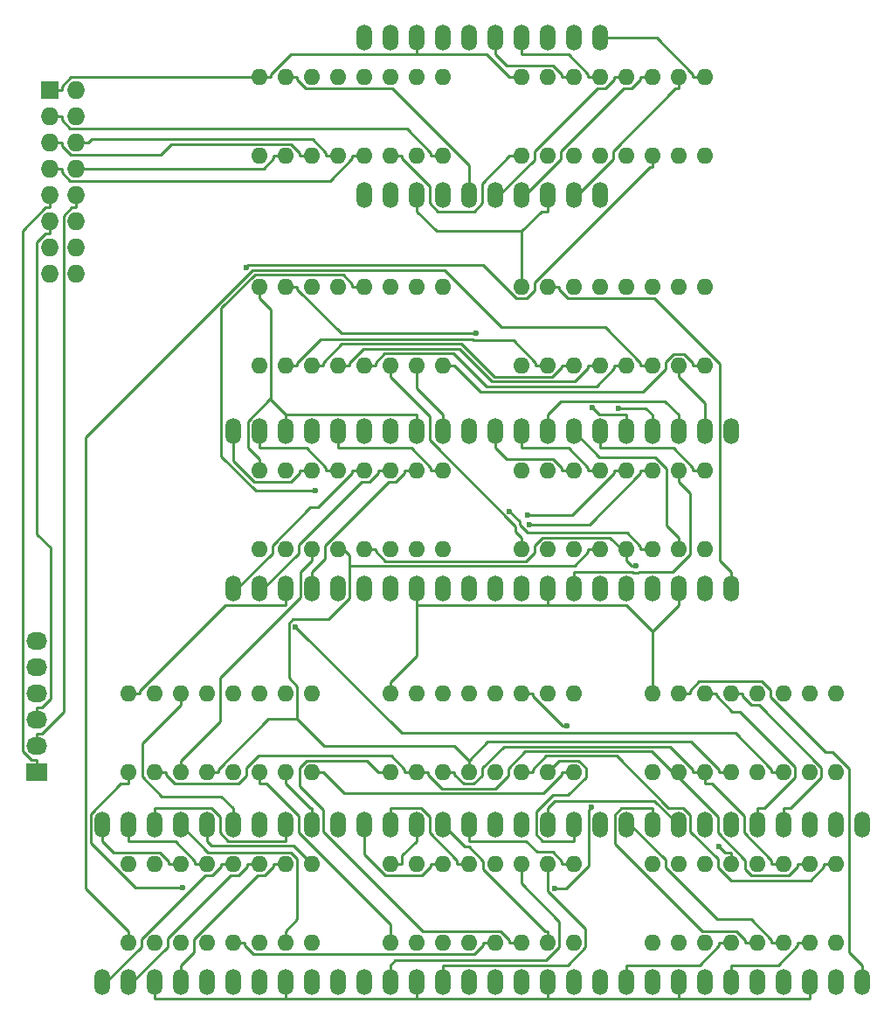
<source format=gbr>
G04 #@! TF.FileFunction,Copper,L1,Top,Signal*
%FSLAX46Y46*%
G04 Gerber Fmt 4.6, Leading zero omitted, Abs format (unit mm)*
G04 Created by KiCad (PCBNEW 4.0.4-stable) date Mon May  7 18:28:06 2018*
%MOMM*%
%LPD*%
G01*
G04 APERTURE LIST*
%ADD10C,0.100000*%
%ADD11O,1.524000X2.524000*%
%ADD12R,2.032000X1.727200*%
%ADD13O,2.032000X1.727200*%
%ADD14O,1.600000X1.600000*%
%ADD15R,1.727200X1.727200*%
%ADD16O,1.727200X1.727200*%
%ADD17C,0.600000*%
%ADD18C,0.250000*%
G04 APERTURE END LIST*
D10*
D11*
X83820000Y-35560000D03*
X86360000Y-35560000D03*
X88900000Y-35560000D03*
X91440000Y-35560000D03*
X93980000Y-35560000D03*
X93980000Y-20320000D03*
X91440000Y-20320000D03*
X88900000Y-20320000D03*
X86360000Y-20320000D03*
X83820000Y-20320000D03*
X96520000Y-35560000D03*
X99060000Y-35560000D03*
X101600000Y-35560000D03*
X104140000Y-35560000D03*
X106680000Y-35560000D03*
X106680000Y-20320000D03*
X104140000Y-20320000D03*
X101600000Y-20320000D03*
X99060000Y-20320000D03*
X96520000Y-20320000D03*
X71120000Y-73660000D03*
X73660000Y-73660000D03*
X76200000Y-73660000D03*
X78740000Y-73660000D03*
X81280000Y-73660000D03*
X81280000Y-58420000D03*
X78740000Y-58420000D03*
X76200000Y-58420000D03*
X73660000Y-58420000D03*
X71120000Y-58420000D03*
X83820000Y-73660000D03*
X86360000Y-73660000D03*
X88900000Y-73660000D03*
X91440000Y-73660000D03*
X93980000Y-73660000D03*
X93980000Y-58420000D03*
X91440000Y-58420000D03*
X88900000Y-58420000D03*
X86360000Y-58420000D03*
X83820000Y-58420000D03*
X96520000Y-73660000D03*
X99060000Y-73660000D03*
X101600000Y-73660000D03*
X104140000Y-73660000D03*
X106680000Y-73660000D03*
X106680000Y-58420000D03*
X104140000Y-58420000D03*
X101600000Y-58420000D03*
X99060000Y-58420000D03*
X96520000Y-58420000D03*
X109220000Y-73660000D03*
X111760000Y-73660000D03*
X114300000Y-73660000D03*
X116840000Y-73660000D03*
X119380000Y-73660000D03*
X119380000Y-58420000D03*
X116840000Y-58420000D03*
X114300000Y-58420000D03*
X111760000Y-58420000D03*
X109220000Y-58420000D03*
X58420000Y-111760000D03*
X60960000Y-111760000D03*
X63500000Y-111760000D03*
X66040000Y-111760000D03*
X68580000Y-111760000D03*
X68580000Y-96520000D03*
X66040000Y-96520000D03*
X63500000Y-96520000D03*
X60960000Y-96520000D03*
X58420000Y-96520000D03*
X71120000Y-111760000D03*
X73660000Y-111760000D03*
X76200000Y-111760000D03*
X78740000Y-111760000D03*
X81280000Y-111760000D03*
X81280000Y-96520000D03*
X78740000Y-96520000D03*
X76200000Y-96520000D03*
X73660000Y-96520000D03*
X71120000Y-96520000D03*
X83820000Y-111760000D03*
X86360000Y-111760000D03*
X88900000Y-111760000D03*
X91440000Y-111760000D03*
X93980000Y-111760000D03*
X93980000Y-96520000D03*
X91440000Y-96520000D03*
X88900000Y-96520000D03*
X86360000Y-96520000D03*
X83820000Y-96520000D03*
X96520000Y-111760000D03*
X99060000Y-111760000D03*
X101600000Y-111760000D03*
X104140000Y-111760000D03*
X106680000Y-111760000D03*
X106680000Y-96520000D03*
X104140000Y-96520000D03*
X101600000Y-96520000D03*
X99060000Y-96520000D03*
X96520000Y-96520000D03*
X109220000Y-111760000D03*
X111760000Y-111760000D03*
X114300000Y-111760000D03*
X116840000Y-111760000D03*
X119380000Y-111760000D03*
X119380000Y-96520000D03*
X116840000Y-96520000D03*
X114300000Y-96520000D03*
X111760000Y-96520000D03*
X109220000Y-96520000D03*
X121920000Y-111760000D03*
X124460000Y-111760000D03*
X127000000Y-111760000D03*
X129540000Y-111760000D03*
X132080000Y-111760000D03*
X132080000Y-96520000D03*
X129540000Y-96520000D03*
X127000000Y-96520000D03*
X124460000Y-96520000D03*
X121920000Y-96520000D03*
D12*
X52070000Y-91440000D03*
D13*
X52070000Y-88900000D03*
X52070000Y-86360000D03*
X52070000Y-83820000D03*
X52070000Y-81280000D03*
X52070000Y-78740000D03*
D14*
X129540000Y-83820000D03*
X127000000Y-83820000D03*
X124460000Y-83820000D03*
X121920000Y-83820000D03*
X119380000Y-83820000D03*
X116840000Y-83820000D03*
X114300000Y-83820000D03*
X111760000Y-83820000D03*
X111760000Y-91440000D03*
X114300000Y-91440000D03*
X116840000Y-91440000D03*
X119380000Y-91440000D03*
X121920000Y-91440000D03*
X124460000Y-91440000D03*
X127000000Y-91440000D03*
X129540000Y-91440000D03*
X111760000Y-107950000D03*
X114300000Y-107950000D03*
X116840000Y-107950000D03*
X119380000Y-107950000D03*
X121920000Y-107950000D03*
X124460000Y-107950000D03*
X127000000Y-107950000D03*
X129540000Y-107950000D03*
X129540000Y-100330000D03*
X127000000Y-100330000D03*
X124460000Y-100330000D03*
X121920000Y-100330000D03*
X119380000Y-100330000D03*
X116840000Y-100330000D03*
X114300000Y-100330000D03*
X111760000Y-100330000D03*
X104140000Y-83820000D03*
X101600000Y-83820000D03*
X99060000Y-83820000D03*
X96520000Y-83820000D03*
X93980000Y-83820000D03*
X91440000Y-83820000D03*
X88900000Y-83820000D03*
X86360000Y-83820000D03*
X86360000Y-91440000D03*
X88900000Y-91440000D03*
X91440000Y-91440000D03*
X93980000Y-91440000D03*
X96520000Y-91440000D03*
X99060000Y-91440000D03*
X101600000Y-91440000D03*
X104140000Y-91440000D03*
X104140000Y-100330000D03*
X101600000Y-100330000D03*
X99060000Y-100330000D03*
X96520000Y-100330000D03*
X93980000Y-100330000D03*
X91440000Y-100330000D03*
X88900000Y-100330000D03*
X86360000Y-100330000D03*
X86360000Y-107950000D03*
X88900000Y-107950000D03*
X91440000Y-107950000D03*
X93980000Y-107950000D03*
X96520000Y-107950000D03*
X99060000Y-107950000D03*
X101600000Y-107950000D03*
X104140000Y-107950000D03*
X78740000Y-83820000D03*
X76200000Y-83820000D03*
X73660000Y-83820000D03*
X71120000Y-83820000D03*
X68580000Y-83820000D03*
X66040000Y-83820000D03*
X63500000Y-83820000D03*
X60960000Y-83820000D03*
X60960000Y-91440000D03*
X63500000Y-91440000D03*
X66040000Y-91440000D03*
X68580000Y-91440000D03*
X71120000Y-91440000D03*
X73660000Y-91440000D03*
X76200000Y-91440000D03*
X78740000Y-91440000D03*
X78740000Y-100330000D03*
X76200000Y-100330000D03*
X73660000Y-100330000D03*
X71120000Y-100330000D03*
X68580000Y-100330000D03*
X66040000Y-100330000D03*
X63500000Y-100330000D03*
X60960000Y-100330000D03*
X60960000Y-107950000D03*
X63500000Y-107950000D03*
X66040000Y-107950000D03*
X68580000Y-107950000D03*
X71120000Y-107950000D03*
X73660000Y-107950000D03*
X76200000Y-107950000D03*
X78740000Y-107950000D03*
X116840000Y-44450000D03*
X114300000Y-44450000D03*
X111760000Y-44450000D03*
X109220000Y-44450000D03*
X106680000Y-44450000D03*
X104140000Y-44450000D03*
X101600000Y-44450000D03*
X99060000Y-44450000D03*
X99060000Y-52070000D03*
X101600000Y-52070000D03*
X104140000Y-52070000D03*
X106680000Y-52070000D03*
X109220000Y-52070000D03*
X111760000Y-52070000D03*
X114300000Y-52070000D03*
X116840000Y-52070000D03*
X116840000Y-62230000D03*
X114300000Y-62230000D03*
X111760000Y-62230000D03*
X109220000Y-62230000D03*
X106680000Y-62230000D03*
X104140000Y-62230000D03*
X101600000Y-62230000D03*
X99060000Y-62230000D03*
X99060000Y-69850000D03*
X101600000Y-69850000D03*
X104140000Y-69850000D03*
X106680000Y-69850000D03*
X109220000Y-69850000D03*
X111760000Y-69850000D03*
X114300000Y-69850000D03*
X116840000Y-69850000D03*
X91440000Y-44450000D03*
X88900000Y-44450000D03*
X86360000Y-44450000D03*
X83820000Y-44450000D03*
X81280000Y-44450000D03*
X78740000Y-44450000D03*
X76200000Y-44450000D03*
X73660000Y-44450000D03*
X73660000Y-52070000D03*
X76200000Y-52070000D03*
X78740000Y-52070000D03*
X81280000Y-52070000D03*
X83820000Y-52070000D03*
X86360000Y-52070000D03*
X88900000Y-52070000D03*
X91440000Y-52070000D03*
X91440000Y-62230000D03*
X88900000Y-62230000D03*
X86360000Y-62230000D03*
X83820000Y-62230000D03*
X81280000Y-62230000D03*
X78740000Y-62230000D03*
X76200000Y-62230000D03*
X73660000Y-62230000D03*
X73660000Y-69850000D03*
X76200000Y-69850000D03*
X78740000Y-69850000D03*
X81280000Y-69850000D03*
X83820000Y-69850000D03*
X86360000Y-69850000D03*
X88900000Y-69850000D03*
X91440000Y-69850000D03*
X116840000Y-24130000D03*
X114300000Y-24130000D03*
X111760000Y-24130000D03*
X109220000Y-24130000D03*
X106680000Y-24130000D03*
X104140000Y-24130000D03*
X101600000Y-24130000D03*
X99060000Y-24130000D03*
X99060000Y-31750000D03*
X101600000Y-31750000D03*
X104140000Y-31750000D03*
X106680000Y-31750000D03*
X109220000Y-31750000D03*
X111760000Y-31750000D03*
X114300000Y-31750000D03*
X116840000Y-31750000D03*
X91440000Y-24130000D03*
X88900000Y-24130000D03*
X86360000Y-24130000D03*
X83820000Y-24130000D03*
X81280000Y-24130000D03*
X78740000Y-24130000D03*
X76200000Y-24130000D03*
X73660000Y-24130000D03*
X73660000Y-31750000D03*
X76200000Y-31750000D03*
X78740000Y-31750000D03*
X81280000Y-31750000D03*
X83820000Y-31750000D03*
X86360000Y-31750000D03*
X88900000Y-31750000D03*
X91440000Y-31750000D03*
D15*
X53340000Y-25400000D03*
D16*
X55880000Y-25400000D03*
X53340000Y-27940000D03*
X55880000Y-27940000D03*
X53340000Y-30480000D03*
X55880000Y-30480000D03*
X53340000Y-33020000D03*
X55880000Y-33020000D03*
X53340000Y-35560000D03*
X55880000Y-35560000D03*
X53340000Y-38100000D03*
X55880000Y-38100000D03*
X53340000Y-40640000D03*
X55880000Y-40640000D03*
X53340000Y-43180000D03*
X55880000Y-43180000D03*
D17*
X103526000Y-86997600D03*
X105838600Y-94829900D03*
X102323400Y-102700300D03*
X77191100Y-77354900D03*
X118214400Y-98624800D03*
X110162200Y-71481400D03*
X66265100Y-102659100D03*
X97934700Y-66182900D03*
X72400800Y-42584200D03*
X79107300Y-64168100D03*
X94678300Y-48974000D03*
X99709900Y-66581200D03*
X99810700Y-67494900D03*
X108521000Y-56193300D03*
X105962200Y-56155100D03*
D18*
X88900000Y-20320000D02*
X88900000Y-21907300D01*
X87485300Y-99522000D02*
X88900000Y-98107300D01*
X87485300Y-100330000D02*
X87485300Y-99522000D01*
X88900000Y-96520000D02*
X88900000Y-98107300D01*
X86360000Y-100330000D02*
X87485300Y-100330000D01*
X95712000Y-21907300D02*
X88900000Y-21907300D01*
X97934700Y-24130000D02*
X95712000Y-21907300D01*
X99060000Y-24130000D02*
X97934700Y-24130000D01*
X69039200Y-94932700D02*
X63500000Y-94932700D01*
X69850000Y-95743500D02*
X69039200Y-94932700D01*
X69850000Y-97291400D02*
X69850000Y-95743500D01*
X70665900Y-98107300D02*
X69850000Y-97291400D01*
X76200000Y-98107300D02*
X70665900Y-98107300D01*
X63500000Y-96520000D02*
X63500000Y-94932700D01*
X76200000Y-96520000D02*
X76200000Y-98107300D01*
X53340000Y-25400000D02*
X54528900Y-25400000D01*
X55427400Y-24130000D02*
X73660000Y-24130000D01*
X54528900Y-25028500D02*
X55427400Y-24130000D01*
X54528900Y-25400000D02*
X54528900Y-25028500D01*
X76726700Y-21907300D02*
X88900000Y-21907300D01*
X74785300Y-23848700D02*
X76726700Y-21907300D01*
X74785300Y-24130000D02*
X74785300Y-23848700D01*
X73660000Y-24130000D02*
X74785300Y-24130000D01*
X76200000Y-111760000D02*
X76200000Y-113347300D01*
X63500000Y-111760000D02*
X63500000Y-113347300D01*
X88900000Y-111760000D02*
X88900000Y-113347300D01*
X63500000Y-113347300D02*
X76200000Y-113347300D01*
X99060000Y-44450000D02*
X99060000Y-43324700D01*
X88900000Y-35560000D02*
X88900000Y-37147300D01*
X99060000Y-39080700D02*
X99060000Y-43324700D01*
X100993400Y-37147300D02*
X99060000Y-39080700D01*
X101600000Y-37147300D02*
X100993400Y-37147300D01*
X90833400Y-39080700D02*
X88900000Y-37147300D01*
X99060000Y-39080700D02*
X90833400Y-39080700D01*
X101600000Y-35560000D02*
X101600000Y-37147300D01*
X70376600Y-75247300D02*
X76200000Y-75247300D01*
X62085300Y-83538600D02*
X70376600Y-75247300D01*
X62085300Y-83820000D02*
X62085300Y-83538600D01*
X60960000Y-83820000D02*
X62085300Y-83820000D01*
X76200000Y-73660000D02*
X76200000Y-75247300D01*
X101600000Y-58420000D02*
X101600000Y-56832700D01*
X114300000Y-58420000D02*
X114300000Y-56832700D01*
X114300000Y-73660000D02*
X114300000Y-75247300D01*
X111760000Y-83820000D02*
X111760000Y-82694700D01*
X76200000Y-113347300D02*
X88900000Y-113347300D01*
X88900000Y-113347300D02*
X101600000Y-113347300D01*
X101600000Y-111760000D02*
X101600000Y-113347300D01*
X127000000Y-113347300D02*
X114300000Y-113347300D01*
X127000000Y-111760000D02*
X127000000Y-113347300D01*
X114300000Y-111760000D02*
X114300000Y-113234700D01*
X114300000Y-113234700D02*
X114300000Y-113347300D01*
X114300000Y-113347300D02*
X101600000Y-113347300D01*
X102328200Y-94204500D02*
X101600000Y-94932700D01*
X111984500Y-94204500D02*
X102328200Y-94204500D01*
X114300000Y-96520000D02*
X111984500Y-94204500D01*
X101600000Y-96520000D02*
X101600000Y-94932700D01*
X101600000Y-73660000D02*
X101600000Y-75247300D01*
X111760000Y-82694700D02*
X111760000Y-77787300D01*
X111760000Y-77787300D02*
X114300000Y-75247300D01*
X88900000Y-73660000D02*
X88900000Y-75247300D01*
X88900000Y-80154700D02*
X86360000Y-82694700D01*
X88900000Y-75247300D02*
X88900000Y-80154700D01*
X109220000Y-75247300D02*
X111760000Y-77787300D01*
X101600000Y-75247300D02*
X109220000Y-75247300D01*
X101600000Y-75247300D02*
X88900000Y-75247300D01*
X86360000Y-83820000D02*
X86360000Y-82694700D01*
X102902900Y-55529800D02*
X101600000Y-56832700D01*
X112997100Y-55529800D02*
X102902900Y-55529800D01*
X114300000Y-56832700D02*
X112997100Y-55529800D01*
X73660000Y-44450000D02*
X73660000Y-45575300D01*
X73660000Y-62230000D02*
X73660000Y-61104700D01*
X76200000Y-58420000D02*
X76200000Y-56832700D01*
X74692100Y-55324800D02*
X76200000Y-56832700D01*
X72560500Y-57456400D02*
X74692100Y-55324800D01*
X72560500Y-60005200D02*
X72560500Y-57456400D01*
X73660000Y-61104700D02*
X72560500Y-60005200D01*
X74785300Y-46700600D02*
X73660000Y-45575300D01*
X74785300Y-55231600D02*
X74785300Y-46700600D01*
X74692100Y-55324800D02*
X74785300Y-55231600D01*
X88900000Y-56832700D02*
X76200000Y-56832700D01*
X88900000Y-58420000D02*
X88900000Y-56832700D01*
X93980000Y-32685300D02*
X93980000Y-35560000D01*
X86550000Y-25255300D02*
X93980000Y-32685300D01*
X78169200Y-25255300D02*
X86550000Y-25255300D01*
X77325300Y-24411400D02*
X78169200Y-25255300D01*
X77325300Y-24130000D02*
X77325300Y-24411400D01*
X76200000Y-24130000D02*
X77325300Y-24130000D01*
X86842900Y-109689800D02*
X86360000Y-110172700D01*
X101456500Y-109689800D02*
X86842900Y-109689800D01*
X102757400Y-108388900D02*
X101456500Y-109689800D01*
X102757400Y-105902700D02*
X102757400Y-108388900D01*
X99060000Y-102205300D02*
X102757400Y-105902700D01*
X99060000Y-100330000D02*
X99060000Y-102205300D01*
X86360000Y-111760000D02*
X86360000Y-110172700D01*
X91440000Y-111760000D02*
X91440000Y-110172700D01*
X101600000Y-102946000D02*
X101600000Y-100330000D01*
X105284300Y-106630300D02*
X101600000Y-102946000D01*
X105284300Y-108423600D02*
X105284300Y-106630300D01*
X103535200Y-110172700D02*
X105284300Y-108423600D01*
X91440000Y-110172700D02*
X103535200Y-110172700D01*
X104140000Y-100330000D02*
X103014700Y-100330000D01*
X93980000Y-96520000D02*
X93980000Y-98107300D01*
X103014700Y-100048700D02*
X103014700Y-100330000D01*
X102143900Y-99177900D02*
X103014700Y-100048700D01*
X100604400Y-99177900D02*
X102143900Y-99177900D01*
X99533800Y-98107300D02*
X100604400Y-99177900D01*
X93980000Y-98107300D02*
X99533800Y-98107300D01*
X93568100Y-98648100D02*
X91440000Y-96520000D01*
X93964400Y-98648100D02*
X93568100Y-98648100D01*
X95394600Y-100078300D02*
X93964400Y-98648100D01*
X95394600Y-100873600D02*
X95394600Y-100078300D01*
X101345700Y-106824700D02*
X95394600Y-100873600D01*
X101600000Y-106824700D02*
X101345700Y-106824700D01*
X101600000Y-107950000D02*
X101600000Y-106824700D01*
X89355300Y-94932700D02*
X86360000Y-94932700D01*
X90170000Y-95747400D02*
X89355300Y-94932700D01*
X90170000Y-97313200D02*
X90170000Y-95747400D01*
X92854700Y-99997900D02*
X90170000Y-97313200D01*
X92854700Y-100330000D02*
X92854700Y-99997900D01*
X93980000Y-100330000D02*
X92854700Y-100330000D01*
X86360000Y-96520000D02*
X86360000Y-94932700D01*
X83820000Y-99397900D02*
X83820000Y-96520000D01*
X85877500Y-101455400D02*
X83820000Y-99397900D01*
X89470600Y-101455400D02*
X85877500Y-101455400D01*
X90314700Y-100611300D02*
X89470600Y-101455400D01*
X90314700Y-100330000D02*
X90314700Y-100611300D01*
X91440000Y-100330000D02*
X90314700Y-100330000D01*
X103081600Y-86997600D02*
X103526000Y-86997600D01*
X100185300Y-84101300D02*
X103081600Y-86997600D01*
X100185300Y-83820000D02*
X100185300Y-84101300D01*
X99060000Y-83820000D02*
X100185300Y-83820000D01*
X103402200Y-102700300D02*
X102323400Y-102700300D01*
X105586100Y-100516400D02*
X103402200Y-102700300D01*
X105586100Y-95082400D02*
X105586100Y-100516400D01*
X105838600Y-94829900D02*
X105586100Y-95082400D01*
X101145400Y-98107300D02*
X104140000Y-98107300D01*
X100509100Y-97471000D02*
X101145400Y-98107300D01*
X100509100Y-95300500D02*
X100509100Y-97471000D01*
X102118600Y-93691000D02*
X100509100Y-95300500D01*
X103538700Y-93691000D02*
X102118600Y-93691000D01*
X105314100Y-91915600D02*
X103538700Y-93691000D01*
X105314100Y-91022600D02*
X105314100Y-91915600D01*
X104606200Y-90314700D02*
X105314100Y-91022600D01*
X102725300Y-90314700D02*
X104606200Y-90314700D01*
X101600000Y-91440000D02*
X102725300Y-90314700D01*
X104140000Y-96520000D02*
X104140000Y-98107300D01*
X96912200Y-35560000D02*
X96520000Y-35560000D01*
X100330000Y-32142200D02*
X96912200Y-35560000D01*
X100330000Y-31372200D02*
X100330000Y-32142200D01*
X106446900Y-25255300D02*
X100330000Y-31372200D01*
X107250800Y-25255300D02*
X106446900Y-25255300D01*
X108094700Y-24411400D02*
X107250800Y-25255300D01*
X108094700Y-24130000D02*
X108094700Y-24411400D01*
X109220000Y-24130000D02*
X108094700Y-24130000D01*
X99449800Y-35560000D02*
X99060000Y-35560000D01*
X102870000Y-32139800D02*
X99449800Y-35560000D01*
X102870000Y-31352700D02*
X102870000Y-32139800D01*
X108967400Y-25255300D02*
X102870000Y-31352700D01*
X109790800Y-25255300D02*
X108967400Y-25255300D01*
X110634700Y-24411400D02*
X109790800Y-25255300D01*
X110634700Y-24130000D02*
X110634700Y-24411400D01*
X111760000Y-24130000D02*
X110634700Y-24130000D01*
X104495000Y-35560000D02*
X104140000Y-35560000D01*
X107950000Y-32105000D02*
X104495000Y-35560000D01*
X107950000Y-31324000D02*
X107950000Y-32105000D01*
X114018700Y-25255300D02*
X107950000Y-31324000D01*
X114300000Y-25255300D02*
X114018700Y-25255300D01*
X114300000Y-24130000D02*
X114300000Y-25255300D01*
X112186000Y-20320000D02*
X106680000Y-20320000D01*
X115714700Y-23848700D02*
X112186000Y-20320000D01*
X115714700Y-24130000D02*
X115714700Y-23848700D01*
X116840000Y-24130000D02*
X115714700Y-24130000D01*
X103613300Y-21907300D02*
X99060000Y-21907300D01*
X105554700Y-23848700D02*
X103613300Y-21907300D01*
X105554700Y-24130000D02*
X105554700Y-23848700D01*
X106680000Y-24130000D02*
X105554700Y-24130000D01*
X99060000Y-20320000D02*
X99060000Y-21907300D01*
X97617400Y-23004700D02*
X96520000Y-21907300D01*
X102170800Y-23004700D02*
X97617400Y-23004700D01*
X103014700Y-23848600D02*
X102170800Y-23004700D01*
X103014700Y-24130000D02*
X103014700Y-23848600D01*
X104140000Y-24130000D02*
X103014700Y-24130000D01*
X96520000Y-20320000D02*
X96520000Y-21907300D01*
X116313400Y-110172700D02*
X109220000Y-110172700D01*
X118254700Y-108231400D02*
X116313400Y-110172700D01*
X118254700Y-107950000D02*
X118254700Y-108231400D01*
X119380000Y-107950000D02*
X118254700Y-107950000D01*
X109220000Y-111760000D02*
X109220000Y-110172700D01*
X123933400Y-110172700D02*
X119380000Y-110172700D01*
X125874700Y-108231400D02*
X123933400Y-110172700D01*
X125874700Y-107950000D02*
X125874700Y-108231400D01*
X127000000Y-107950000D02*
X125874700Y-107950000D01*
X119380000Y-111760000D02*
X119380000Y-110172700D01*
X108757800Y-94932700D02*
X111760000Y-94932700D01*
X108125600Y-95564900D02*
X108757800Y-94932700D01*
X108125600Y-98362400D02*
X108125600Y-95564900D01*
X116587900Y-106824700D02*
X108125600Y-98362400D01*
X119933500Y-106824700D02*
X116587900Y-106824700D01*
X120794700Y-107685900D02*
X119933500Y-106824700D01*
X120794700Y-107950000D02*
X120794700Y-107685900D01*
X121920000Y-107950000D02*
X120794700Y-107950000D01*
X111760000Y-96520000D02*
X111760000Y-94932700D01*
X124460000Y-107950000D02*
X123334700Y-107950000D01*
X109612200Y-96520000D02*
X109220000Y-96520000D01*
X113030000Y-99937800D02*
X109612200Y-96520000D01*
X113030000Y-100707800D02*
X113030000Y-99937800D01*
X118021100Y-105698900D02*
X113030000Y-100707800D01*
X121365000Y-105698900D02*
X118021100Y-105698900D01*
X123334700Y-107668600D02*
X121365000Y-105698900D01*
X123334700Y-107950000D02*
X123334700Y-107668600D01*
X130810000Y-108902700D02*
X132080000Y-110172700D01*
X130810000Y-91116200D02*
X130810000Y-108902700D01*
X129230000Y-89536200D02*
X130810000Y-91116200D01*
X128521700Y-89536200D02*
X129230000Y-89536200D01*
X123190000Y-84204500D02*
X128521700Y-89536200D01*
X123190000Y-83463600D02*
X123190000Y-84204500D01*
X122402200Y-82675800D02*
X123190000Y-83463600D01*
X116288200Y-82675800D02*
X122402200Y-82675800D01*
X115425300Y-83538700D02*
X116288200Y-82675800D01*
X115425300Y-83820000D02*
X115425300Y-83538700D01*
X114300000Y-83820000D02*
X115425300Y-83820000D01*
X132080000Y-111760000D02*
X132080000Y-110172700D01*
X125154400Y-94932700D02*
X124460000Y-94932700D01*
X128161500Y-91925600D02*
X125154400Y-94932700D01*
X128161500Y-91003400D02*
X128161500Y-91925600D01*
X122103400Y-84945300D02*
X128161500Y-91003400D01*
X121349200Y-84945300D02*
X122103400Y-84945300D01*
X120505300Y-84101400D02*
X121349200Y-84945300D01*
X120505300Y-83820000D02*
X120505300Y-84101400D01*
X119380000Y-83820000D02*
X120505300Y-83820000D01*
X124460000Y-96520000D02*
X124460000Y-94932700D01*
X116840000Y-83820000D02*
X117965300Y-83820000D01*
X121920000Y-96520000D02*
X121920000Y-94932700D01*
X122614400Y-94932700D02*
X121920000Y-94932700D01*
X125621500Y-91925600D02*
X122614400Y-94932700D01*
X125621500Y-90974400D02*
X125621500Y-91925600D01*
X120229200Y-85582100D02*
X125621500Y-90974400D01*
X119519200Y-85582100D02*
X120229200Y-85582100D01*
X117965300Y-84028200D02*
X119519200Y-85582100D01*
X117965300Y-83820000D02*
X117965300Y-84028200D01*
X51549900Y-90251100D02*
X52070000Y-90251100D01*
X50719000Y-89420200D02*
X51549900Y-90251100D01*
X50719000Y-38998400D02*
X50719000Y-89420200D01*
X52968500Y-36748900D02*
X50719000Y-38998400D01*
X53340000Y-36748900D02*
X52968500Y-36748900D01*
X53340000Y-35560000D02*
X53340000Y-36748900D01*
X52070000Y-91440000D02*
X52070000Y-90251100D01*
X52590100Y-87711100D02*
X52070000Y-87711100D01*
X54691100Y-85610100D02*
X52590100Y-87711100D01*
X54691100Y-37566200D02*
X54691100Y-85610100D01*
X55508400Y-36748900D02*
X54691100Y-37566200D01*
X55880000Y-36748900D02*
X55508400Y-36748900D01*
X55880000Y-35560000D02*
X55880000Y-36748900D01*
X52070000Y-88900000D02*
X52070000Y-87711100D01*
X52590100Y-85171100D02*
X52070000Y-85171100D01*
X53421000Y-84340200D02*
X52590100Y-85171100D01*
X53421000Y-69688500D02*
X53421000Y-84340200D01*
X52118300Y-68385800D02*
X53421000Y-69688500D01*
X52118300Y-40139100D02*
X52118300Y-68385800D01*
X52968500Y-39288900D02*
X52118300Y-40139100D01*
X53340000Y-39288900D02*
X52968500Y-39288900D01*
X53340000Y-38100000D02*
X53340000Y-39288900D01*
X52070000Y-86360000D02*
X52070000Y-85171100D01*
X53340000Y-27940000D02*
X54528900Y-27940000D01*
X91440000Y-31750000D02*
X90314700Y-31750000D01*
X90314700Y-31468700D02*
X90314700Y-31750000D01*
X87974900Y-29128900D02*
X90314700Y-31468700D01*
X55346200Y-29128900D02*
X87974900Y-29128900D01*
X54528900Y-28311600D02*
X55346200Y-29128900D01*
X54528900Y-27940000D02*
X54528900Y-28311600D01*
X115714700Y-51788600D02*
X115714700Y-52070000D01*
X114870800Y-50944700D02*
X115714700Y-51788600D01*
X113824500Y-50944700D02*
X114870800Y-50944700D01*
X113030000Y-51739200D02*
X113824500Y-50944700D01*
X113030000Y-52397500D02*
X113030000Y-51739200D01*
X110830800Y-54596700D02*
X113030000Y-52397500D01*
X95092000Y-54596700D02*
X110830800Y-54596700D01*
X92565300Y-52070000D02*
X95092000Y-54596700D01*
X91440000Y-52070000D02*
X92565300Y-52070000D01*
X116840000Y-52070000D02*
X115714700Y-52070000D01*
X81925300Y-93500000D02*
X79865300Y-91440000D01*
X101236000Y-93500000D02*
X81925300Y-93500000D01*
X103014700Y-91721300D02*
X101236000Y-93500000D01*
X103014700Y-91440000D02*
X103014700Y-91721300D01*
X104140000Y-91440000D02*
X103014700Y-91440000D01*
X78740000Y-91440000D02*
X79865300Y-91440000D01*
X123334700Y-91158700D02*
X123334700Y-91440000D01*
X119817600Y-87641600D02*
X123334700Y-91158700D01*
X87477800Y-87641600D02*
X119817600Y-87641600D01*
X77191100Y-77354900D02*
X87477800Y-87641600D01*
X124460000Y-91440000D02*
X123334700Y-91440000D01*
X78740000Y-52070000D02*
X79865300Y-52070000D01*
X104140000Y-52070000D02*
X103014700Y-52070000D01*
X77614700Y-31468600D02*
X77614700Y-31750000D01*
X76770800Y-30624700D02*
X77614700Y-31468600D01*
X65152100Y-30624700D02*
X76770800Y-30624700D01*
X64085300Y-31691500D02*
X65152100Y-30624700D01*
X55368900Y-31691500D02*
X64085300Y-31691500D01*
X54528900Y-30851500D02*
X55368900Y-31691500D01*
X54528900Y-30480000D02*
X54528900Y-30851500D01*
X53340000Y-30480000D02*
X54528900Y-30480000D01*
X78740000Y-31750000D02*
X77614700Y-31750000D01*
X79865300Y-51788700D02*
X79865300Y-52070000D01*
X81652100Y-50001900D02*
X79865300Y-51788700D01*
X93237200Y-50001900D02*
X81652100Y-50001900D01*
X96430600Y-53195300D02*
X93237200Y-50001900D01*
X102082200Y-53195300D02*
X96430600Y-53195300D01*
X103014700Y-52262800D02*
X102082200Y-53195300D01*
X103014700Y-52070000D02*
X103014700Y-52262800D01*
X123334700Y-100001100D02*
X123334700Y-100330000D01*
X120650000Y-97316400D02*
X123334700Y-100001100D01*
X120650000Y-95672000D02*
X120650000Y-97316400D01*
X117543300Y-92565300D02*
X120650000Y-95672000D01*
X116840000Y-92565300D02*
X117543300Y-92565300D01*
X116840000Y-91440000D02*
X116840000Y-92565300D01*
X124460000Y-100330000D02*
X123334700Y-100330000D01*
X116840000Y-91440000D02*
X115714700Y-91440000D01*
X92002700Y-91440000D02*
X91898200Y-91440000D01*
X91440000Y-91440000D02*
X91898200Y-91440000D01*
X92002700Y-91440000D02*
X92565300Y-91440000D01*
X69850000Y-86504700D02*
X66040000Y-90314700D01*
X69850000Y-82321700D02*
X69850000Y-86504700D01*
X77652600Y-74519100D02*
X69850000Y-82321700D01*
X77652600Y-72062700D02*
X77652600Y-74519100D01*
X78740000Y-70975300D02*
X77652600Y-72062700D01*
X78740000Y-69850000D02*
X78740000Y-70975300D01*
X66040000Y-91440000D02*
X66040000Y-90314700D01*
X92565300Y-91680500D02*
X92565300Y-91440000D01*
X93459200Y-92574400D02*
X92565300Y-91680500D01*
X94450000Y-92574400D02*
X93459200Y-92574400D01*
X95250000Y-91774400D02*
X94450000Y-92574400D01*
X95250000Y-91068000D02*
X95250000Y-91774400D01*
X97359600Y-88958400D02*
X95250000Y-91068000D01*
X113456700Y-88958400D02*
X97359600Y-88958400D01*
X115714700Y-91216400D02*
X113456700Y-88958400D01*
X115714700Y-91440000D02*
X115714700Y-91216400D01*
X106680000Y-52070000D02*
X105554700Y-52070000D01*
X81280000Y-52070000D02*
X82405300Y-52070000D01*
X82405300Y-51788600D02*
X82405300Y-52070000D01*
X83741700Y-50452200D02*
X82405300Y-51788600D01*
X93050600Y-50452200D02*
X83741700Y-50452200D01*
X96244000Y-53645600D02*
X93050600Y-50452200D01*
X104216400Y-53645600D02*
X96244000Y-53645600D01*
X105554700Y-52307300D02*
X104216400Y-53645600D01*
X105554700Y-52070000D02*
X105554700Y-52307300D01*
X81280000Y-69850000D02*
X81842700Y-69850000D01*
X80154700Y-31468700D02*
X80154700Y-31750000D01*
X78830100Y-30144100D02*
X80154700Y-31468700D01*
X57404800Y-30144100D02*
X78830100Y-30144100D01*
X57068900Y-30480000D02*
X57404800Y-30144100D01*
X55880000Y-30480000D02*
X57068900Y-30480000D01*
X81280000Y-31750000D02*
X80154700Y-31750000D01*
X119380000Y-91440000D02*
X118254700Y-91440000D01*
X93980000Y-91440000D02*
X93980000Y-90314700D01*
X68580000Y-91440000D02*
X69705300Y-91440000D01*
X79949900Y-88917300D02*
X77327800Y-86295200D01*
X92582600Y-88917300D02*
X79949900Y-88917300D01*
X93980000Y-90314700D02*
X92582600Y-88917300D01*
X69705300Y-91158700D02*
X69705300Y-91440000D01*
X74568800Y-86295200D02*
X69705300Y-91158700D01*
X77327800Y-86295200D02*
X74568800Y-86295200D01*
X106680000Y-69850000D02*
X105554700Y-69850000D01*
X105554700Y-70131300D02*
X105554700Y-69850000D01*
X104226700Y-71459300D02*
X105554700Y-70131300D01*
X82411300Y-71459300D02*
X104226700Y-71459300D01*
X82411300Y-74602100D02*
X82411300Y-71459300D01*
X80342300Y-76671100D02*
X82411300Y-74602100D01*
X76894400Y-76671100D02*
X80342300Y-76671100D01*
X76520400Y-77045100D02*
X76894400Y-76671100D01*
X76520400Y-82340200D02*
X76520400Y-77045100D01*
X77327800Y-83147600D02*
X76520400Y-82340200D01*
X77327800Y-86295200D02*
X77327800Y-83147600D01*
X82411300Y-70418600D02*
X81842700Y-69850000D01*
X82411300Y-71459300D02*
X82411300Y-70418600D01*
X95786600Y-88508100D02*
X93980000Y-90314700D01*
X115527100Y-88508100D02*
X95786600Y-88508100D01*
X118254700Y-91235700D02*
X115527100Y-88508100D01*
X118254700Y-91440000D02*
X118254700Y-91235700D01*
X83820000Y-52070000D02*
X84945300Y-52070000D01*
X109220000Y-52070000D02*
X108094700Y-52070000D01*
X71120000Y-107950000D02*
X72245300Y-107950000D01*
X96520000Y-107950000D02*
X95394700Y-107950000D01*
X72245300Y-108231300D02*
X72245300Y-107950000D01*
X73089300Y-109075300D02*
X72245300Y-108231300D01*
X94550800Y-109075300D02*
X73089300Y-109075300D01*
X95394700Y-108231400D02*
X94550800Y-109075300D01*
X95394700Y-107950000D02*
X95394700Y-108231400D01*
X82694700Y-32031300D02*
X82694700Y-31750000D01*
X80516400Y-34209600D02*
X82694700Y-32031300D01*
X55347000Y-34209600D02*
X80516400Y-34209600D01*
X54528900Y-33391500D02*
X55347000Y-34209600D01*
X54528900Y-33020000D02*
X54528900Y-33391500D01*
X53340000Y-33020000D02*
X54528900Y-33020000D01*
X83820000Y-31750000D02*
X82694700Y-31750000D01*
X118794300Y-99204700D02*
X118214400Y-98624800D01*
X119380000Y-99204700D02*
X118794300Y-99204700D01*
X109726100Y-71481400D02*
X110162200Y-71481400D01*
X109220000Y-70975300D02*
X109726100Y-71481400D01*
X109220000Y-69850000D02*
X109220000Y-70300000D01*
X109220000Y-70300000D02*
X109220000Y-70975300D01*
X84945300Y-70059700D02*
X84945300Y-69850000D01*
X85894600Y-71009000D02*
X84945300Y-70059700D01*
X99493900Y-71009000D02*
X85894600Y-71009000D01*
X100330000Y-70172900D02*
X99493900Y-71009000D01*
X100330000Y-69522400D02*
X100330000Y-70172900D01*
X101127700Y-68724700D02*
X100330000Y-69522400D01*
X107644700Y-68724700D02*
X101127700Y-68724700D01*
X109220000Y-70300000D02*
X107644700Y-68724700D01*
X83820000Y-69850000D02*
X84945300Y-69850000D01*
X84945300Y-51788700D02*
X84945300Y-52070000D01*
X85831400Y-50902600D02*
X84945300Y-51788700D01*
X92490700Y-50902600D02*
X85831400Y-50902600D01*
X95684000Y-54095900D02*
X92490700Y-50902600D01*
X106350200Y-54095900D02*
X95684000Y-54095900D01*
X108094700Y-52351400D02*
X106350200Y-54095900D01*
X108094700Y-52070000D02*
X108094700Y-52351400D01*
X119380000Y-100330000D02*
X119380000Y-99204700D01*
X101600000Y-52070000D02*
X100474700Y-52070000D01*
X76200000Y-52070000D02*
X77325300Y-52070000D01*
X100474700Y-51788700D02*
X100474700Y-52070000D01*
X98309200Y-49623200D02*
X100474700Y-51788700D01*
X94419300Y-49623200D02*
X98309200Y-49623200D01*
X94347700Y-49551600D02*
X94419300Y-49623200D01*
X79639200Y-49551600D02*
X94347700Y-49551600D01*
X77325300Y-51865500D02*
X79639200Y-49551600D01*
X77325300Y-52070000D02*
X77325300Y-51865500D01*
X75074700Y-32031300D02*
X75074700Y-31750000D01*
X74086000Y-33020000D02*
X75074700Y-32031300D01*
X55880000Y-33020000D02*
X74086000Y-33020000D01*
X76200000Y-31750000D02*
X75074700Y-31750000D01*
X88900000Y-91440000D02*
X87774700Y-91440000D01*
X63500000Y-91440000D02*
X64625300Y-91440000D01*
X114300000Y-91440000D02*
X114300000Y-92002600D01*
X88900000Y-91440000D02*
X90025300Y-91440000D01*
X64625300Y-91721400D02*
X64625300Y-91440000D01*
X65469200Y-92565300D02*
X64625300Y-91721400D01*
X71634200Y-92565300D02*
X65469200Y-92565300D01*
X72390000Y-91809500D02*
X71634200Y-92565300D01*
X72390000Y-91053400D02*
X72390000Y-91809500D01*
X73612500Y-89830900D02*
X72390000Y-91053400D01*
X86446900Y-89830900D02*
X73612500Y-89830900D01*
X87774700Y-91158700D02*
X86446900Y-89830900D01*
X87774700Y-91440000D02*
X87774700Y-91158700D01*
X90025300Y-91721400D02*
X90025300Y-91440000D01*
X91344400Y-93040500D02*
X90025300Y-91721400D01*
X96570500Y-93040500D02*
X91344400Y-93040500D01*
X97790000Y-91821000D02*
X96570500Y-93040500D01*
X97790000Y-91076500D02*
X97790000Y-91821000D01*
X99457800Y-89408700D02*
X97790000Y-91076500D01*
X111706100Y-89408700D02*
X99457800Y-89408700D01*
X114300000Y-92002600D02*
X111706100Y-89408700D01*
X114300000Y-92002700D02*
X114300000Y-92002600D01*
X114376900Y-92002700D02*
X114300000Y-92002700D01*
X118099600Y-95725400D02*
X114376900Y-92002700D01*
X118099600Y-97277500D02*
X118099600Y-95725400D01*
X120794600Y-99972500D02*
X118099600Y-97277500D01*
X120794600Y-100878600D02*
X120794600Y-99972500D01*
X121380700Y-101464700D02*
X120794600Y-100878600D01*
X125021300Y-101464700D02*
X121380700Y-101464700D01*
X125874700Y-100611300D02*
X125021300Y-101464700D01*
X125874700Y-100330000D02*
X125874700Y-100611300D01*
X127000000Y-100330000D02*
X125874700Y-100330000D01*
X99060000Y-91440000D02*
X100185300Y-91440000D01*
X129540000Y-100330000D02*
X128414700Y-100330000D01*
X128414700Y-100602500D02*
X128414700Y-100330000D01*
X127102200Y-101915000D02*
X128414700Y-100602500D01*
X119368500Y-101915000D02*
X127102200Y-101915000D01*
X118110000Y-100656500D02*
X119368500Y-101915000D01*
X118110000Y-99857400D02*
X118110000Y-100656500D01*
X115425400Y-97172800D02*
X118110000Y-99857400D01*
X115425400Y-95567200D02*
X115425400Y-97172800D01*
X114770400Y-94912200D02*
X115425400Y-95567200D01*
X113329100Y-94912200D02*
X114770400Y-94912200D01*
X108276000Y-89859100D02*
X113329100Y-94912200D01*
X101484900Y-89859100D02*
X108276000Y-89859100D01*
X100185300Y-91158700D02*
X101484900Y-89859100D01*
X100185300Y-91440000D02*
X100185300Y-91158700D01*
X84109400Y-90314700D02*
X85234700Y-91440000D01*
X78269700Y-90314700D02*
X84109400Y-90314700D01*
X77574100Y-91010300D02*
X78269700Y-90314700D01*
X77574100Y-92809400D02*
X77574100Y-91010300D01*
X79865400Y-95100700D02*
X77574100Y-92809400D01*
X79865400Y-97194600D02*
X79865400Y-95100700D01*
X89495500Y-106824700D02*
X79865400Y-97194600D01*
X97090800Y-106824700D02*
X89495500Y-106824700D01*
X97934700Y-107668600D02*
X97090800Y-106824700D01*
X97934700Y-107950000D02*
X97934700Y-107668600D01*
X99060000Y-107950000D02*
X97934700Y-107950000D01*
X86360000Y-91440000D02*
X85234700Y-91440000D01*
X73660000Y-91440000D02*
X73660000Y-92565300D01*
X86360000Y-107950000D02*
X86360000Y-106824700D01*
X86360000Y-106217400D02*
X86360000Y-106824700D01*
X77470000Y-97327400D02*
X86360000Y-106217400D01*
X77470000Y-95672000D02*
X77470000Y-97327400D01*
X74363300Y-92565300D02*
X77470000Y-95672000D01*
X73660000Y-92565300D02*
X74363300Y-92565300D01*
X60960000Y-91440000D02*
X60960000Y-92565300D01*
X61688900Y-102659100D02*
X66265100Y-102659100D01*
X57315300Y-98285500D02*
X61688900Y-102659100D01*
X57315300Y-95506700D02*
X57315300Y-98285500D01*
X60256700Y-92565300D02*
X57315300Y-95506700D01*
X60960000Y-92565300D02*
X60256700Y-92565300D01*
X111760000Y-52070000D02*
X110634700Y-52070000D01*
X60960000Y-107950000D02*
X60960000Y-106824700D01*
X56864900Y-102729600D02*
X60960000Y-106824700D01*
X56864900Y-59004700D02*
X56864900Y-102729600D01*
X73042300Y-42827300D02*
X56864900Y-59004700D01*
X91617500Y-42827300D02*
X73042300Y-42827300D01*
X97138800Y-48348600D02*
X91617500Y-42827300D01*
X107194600Y-48348600D02*
X97138800Y-48348600D01*
X110634700Y-51788700D02*
X107194600Y-48348600D01*
X110634700Y-52070000D02*
X110634700Y-51788700D01*
X111760000Y-69850000D02*
X110634700Y-69850000D01*
X98936500Y-67184700D02*
X97934700Y-66182900D01*
X98936500Y-67512800D02*
X98936500Y-67184700D01*
X99698100Y-68274400D02*
X98936500Y-67512800D01*
X109340500Y-68274400D02*
X99698100Y-68274400D01*
X110634700Y-69568600D02*
X109340500Y-68274400D01*
X110634700Y-69850000D02*
X110634700Y-69568600D01*
X86360000Y-52070000D02*
X86360000Y-53195300D01*
X99060000Y-69850000D02*
X99060000Y-68724700D01*
X98486200Y-68150900D02*
X99060000Y-68724700D01*
X98486200Y-67626200D02*
X98486200Y-68150900D01*
X90170000Y-59310000D02*
X98486200Y-67626200D01*
X90170000Y-57005300D02*
X90170000Y-59310000D01*
X86360000Y-53195300D02*
X90170000Y-57005300D01*
X111760000Y-31750000D02*
X111760000Y-32875300D01*
X72608100Y-42376900D02*
X72400800Y-42584200D01*
X95395400Y-42376900D02*
X72608100Y-42376900D01*
X98615800Y-45597300D02*
X95395400Y-42376900D01*
X99553100Y-45597300D02*
X98615800Y-45597300D01*
X100330000Y-44820400D02*
X99553100Y-45597300D01*
X100330000Y-44044400D02*
X100330000Y-44820400D01*
X111499100Y-32875300D02*
X100330000Y-44044400D01*
X111760000Y-32875300D02*
X111499100Y-32875300D01*
X95250000Y-34434700D02*
X97934700Y-31750000D01*
X95250000Y-36373300D02*
X95250000Y-34434700D01*
X94471700Y-37151600D02*
X95250000Y-36373300D01*
X90984600Y-37151600D02*
X94471700Y-37151600D01*
X90170000Y-36337000D02*
X90984600Y-37151600D01*
X90170000Y-34708800D02*
X90170000Y-36337000D01*
X87485300Y-32024100D02*
X90170000Y-34708800D01*
X87485300Y-31750000D02*
X87485300Y-32024100D01*
X86360000Y-31750000D02*
X87485300Y-31750000D01*
X99060000Y-31750000D02*
X97934700Y-31750000D01*
X58818700Y-111760000D02*
X58420000Y-111760000D01*
X62230000Y-108348700D02*
X58818700Y-111760000D01*
X62230000Y-107624600D02*
X62230000Y-108348700D01*
X68399300Y-101455300D02*
X62230000Y-107624600D01*
X69150800Y-101455300D02*
X68399300Y-101455300D01*
X69994700Y-100611400D02*
X69150800Y-101455300D01*
X69994700Y-100330000D02*
X69994700Y-100611400D01*
X71120000Y-100330000D02*
X69994700Y-100330000D01*
X61351100Y-111760000D02*
X60960000Y-111760000D01*
X64770000Y-108341100D02*
X61351100Y-111760000D01*
X64770000Y-107563100D02*
X64770000Y-108341100D01*
X70877800Y-101455300D02*
X64770000Y-107563100D01*
X71690800Y-101455300D02*
X70877800Y-101455300D01*
X72534700Y-100611400D02*
X71690800Y-101455300D01*
X72534700Y-100330000D02*
X72534700Y-100611400D01*
X73660000Y-100330000D02*
X72534700Y-100330000D01*
X75074700Y-100611400D02*
X75074700Y-100330000D01*
X74230800Y-101455300D02*
X75074700Y-100611400D01*
X73476200Y-101455300D02*
X74230800Y-101455300D01*
X67310000Y-107621500D02*
X73476200Y-101455300D01*
X67310000Y-108902700D02*
X67310000Y-107621500D01*
X66040000Y-110172700D02*
X67310000Y-108902700D01*
X66040000Y-111760000D02*
X66040000Y-110172700D01*
X76200000Y-100330000D02*
X75074700Y-100330000D01*
X68580000Y-96520000D02*
X68580000Y-98107300D01*
X76967600Y-98557600D02*
X78740000Y-100330000D01*
X69030300Y-98557600D02*
X76967600Y-98557600D01*
X68580000Y-98107300D02*
X69030300Y-98557600D01*
X68724600Y-99204600D02*
X66040000Y-96520000D01*
X76705400Y-99204600D02*
X68724600Y-99204600D01*
X77364300Y-99863500D02*
X76705400Y-99204600D01*
X77364300Y-105660400D02*
X77364300Y-99863500D01*
X76200000Y-106824700D02*
X77364300Y-105660400D01*
X76200000Y-107950000D02*
X76200000Y-106824700D01*
X65513400Y-98107300D02*
X60960000Y-98107300D01*
X67454700Y-100048600D02*
X65513400Y-98107300D01*
X67454700Y-100330000D02*
X67454700Y-100048600D01*
X68580000Y-100330000D02*
X67454700Y-100330000D01*
X60960000Y-96520000D02*
X60960000Y-98107300D01*
X59517400Y-99204700D02*
X58420000Y-98107300D01*
X64070800Y-99204700D02*
X59517400Y-99204700D01*
X64914700Y-100048600D02*
X64070800Y-99204700D01*
X64914700Y-100330000D02*
X64914700Y-100048600D01*
X66040000Y-100330000D02*
X64914700Y-100330000D01*
X58420000Y-96520000D02*
X58420000Y-98107300D01*
X78567400Y-94932700D02*
X78740000Y-94932700D01*
X76200000Y-92565300D02*
X78567400Y-94932700D01*
X76200000Y-91440000D02*
X76200000Y-92565300D01*
X78740000Y-96520000D02*
X78740000Y-94932700D01*
X66040000Y-83820000D02*
X66040000Y-84945300D01*
X71120000Y-96520000D02*
X71120000Y-94932700D01*
X62328400Y-88656900D02*
X66040000Y-84945300D01*
X62328400Y-91876300D02*
X62328400Y-88656900D01*
X64231000Y-93778900D02*
X62328400Y-91876300D01*
X69966200Y-93778900D02*
X64231000Y-93778900D01*
X71120000Y-94932700D02*
X69966200Y-93778900D01*
X83820000Y-62230000D02*
X82694700Y-62230000D01*
X82694700Y-62511500D02*
X82694700Y-62230000D01*
X79369900Y-65836300D02*
X82694700Y-62511500D01*
X78606000Y-65836300D02*
X79369900Y-65836300D01*
X74930000Y-69512300D02*
X78606000Y-65836300D01*
X74930000Y-70242700D02*
X74930000Y-69512300D01*
X71512700Y-73660000D02*
X74930000Y-70242700D01*
X71120000Y-73660000D02*
X71512700Y-73660000D01*
X74050700Y-73660000D02*
X73660000Y-73660000D01*
X77470000Y-70240700D02*
X74050700Y-73660000D01*
X77470000Y-69460200D02*
X77470000Y-70240700D01*
X83574900Y-63355300D02*
X77470000Y-69460200D01*
X84390800Y-63355300D02*
X83574900Y-63355300D01*
X85234700Y-62511400D02*
X84390800Y-63355300D01*
X85234700Y-62230000D02*
X85234700Y-62511400D01*
X86360000Y-62230000D02*
X85234700Y-62230000D01*
X80010000Y-70802700D02*
X78740000Y-72072700D01*
X80010000Y-69522400D02*
X80010000Y-70802700D01*
X86177100Y-63355300D02*
X80010000Y-69522400D01*
X86930800Y-63355300D02*
X86177100Y-63355300D01*
X87774700Y-62511400D02*
X86930800Y-63355300D01*
X87774700Y-62230000D02*
X87774700Y-62511400D01*
X88900000Y-62230000D02*
X87774700Y-62230000D01*
X78740000Y-73660000D02*
X78740000Y-72072700D01*
X88373400Y-60007300D02*
X81280000Y-60007300D01*
X90314700Y-61948600D02*
X88373400Y-60007300D01*
X90314700Y-62230000D02*
X90314700Y-61948600D01*
X91440000Y-62230000D02*
X90314700Y-62230000D01*
X81280000Y-58420000D02*
X81280000Y-60007300D01*
X78213400Y-60007300D02*
X73660000Y-60007300D01*
X80154700Y-61948600D02*
X78213400Y-60007300D01*
X80154700Y-62230000D02*
X80154700Y-61948600D01*
X81280000Y-62230000D02*
X80154700Y-62230000D01*
X73660000Y-58420000D02*
X73660000Y-60007300D01*
X78740000Y-62230000D02*
X77614700Y-62230000D01*
X71120000Y-61294600D02*
X71120000Y-58420000D01*
X73206500Y-63381100D02*
X71120000Y-61294600D01*
X76696200Y-63381100D02*
X73206500Y-63381100D01*
X77614700Y-62462600D02*
X76696200Y-63381100D01*
X77614700Y-62230000D02*
X77614700Y-62462600D01*
X73313900Y-64168100D02*
X79107300Y-64168100D01*
X69995800Y-60850000D02*
X73313900Y-64168100D01*
X69995800Y-46510700D02*
X69995800Y-60850000D01*
X73228800Y-43277700D02*
X69995800Y-46510700D01*
X81803700Y-43277700D02*
X73228800Y-43277700D01*
X82694700Y-44168700D02*
X81803700Y-43277700D01*
X82694700Y-44450000D02*
X82694700Y-44168700D01*
X83820000Y-44450000D02*
X82694700Y-44450000D01*
X76200000Y-44450000D02*
X77325300Y-44450000D01*
X81626800Y-48974000D02*
X94678300Y-48974000D01*
X77325300Y-44672500D02*
X81626800Y-48974000D01*
X77325300Y-44450000D02*
X77325300Y-44672500D01*
X91440000Y-58420000D02*
X91440000Y-56832700D01*
X88900000Y-54292700D02*
X88900000Y-52070000D01*
X91440000Y-56832700D02*
X88900000Y-54292700D01*
X104024800Y-66581200D02*
X99709900Y-66581200D01*
X108094700Y-62511300D02*
X104024800Y-66581200D01*
X108094700Y-62230000D02*
X108094700Y-62511300D01*
X109220000Y-62230000D02*
X108094700Y-62230000D01*
X105651100Y-67494900D02*
X99810700Y-67494900D01*
X110634700Y-62511300D02*
X105651100Y-67494900D01*
X110634700Y-62230000D02*
X110634700Y-62511300D01*
X111760000Y-62230000D02*
X110634700Y-62230000D01*
X114300000Y-62230000D02*
X114300000Y-63355300D01*
X104140000Y-73660000D02*
X104140000Y-72072700D01*
X115427200Y-64482500D02*
X114300000Y-63355300D01*
X115427200Y-70390600D02*
X115427200Y-64482500D01*
X113745100Y-72072700D02*
X115427200Y-70390600D01*
X110455300Y-72072700D02*
X113745100Y-72072700D01*
X110421300Y-72106700D02*
X110455300Y-72072700D01*
X109903200Y-72106700D02*
X110421300Y-72106700D01*
X109869200Y-72072700D02*
X109903200Y-72106700D01*
X104140000Y-72072700D02*
X109869200Y-72072700D01*
X113773300Y-60007300D02*
X106680000Y-60007300D01*
X115714700Y-61948700D02*
X113773300Y-60007300D01*
X115714700Y-62230000D02*
X115714700Y-61948700D01*
X116840000Y-62230000D02*
X115714700Y-62230000D01*
X106680000Y-58420000D02*
X106680000Y-60007300D01*
X106660400Y-60940400D02*
X104140000Y-58420000D01*
X112070800Y-60940400D02*
X106660400Y-60940400D01*
X113174700Y-62044300D02*
X112070800Y-60940400D01*
X113174700Y-67599400D02*
X113174700Y-62044300D01*
X114300000Y-68724700D02*
X113174700Y-67599400D01*
X114300000Y-69850000D02*
X114300000Y-68724700D01*
X99060000Y-58420000D02*
X99060000Y-60007300D01*
X106680000Y-62230000D02*
X105554700Y-62230000D01*
X105554700Y-61948700D02*
X105554700Y-62230000D01*
X103613300Y-60007300D02*
X105554700Y-61948700D01*
X99060000Y-60007300D02*
X103613300Y-60007300D01*
X97617400Y-61104700D02*
X96520000Y-60007300D01*
X102170800Y-61104700D02*
X97617400Y-61104700D01*
X103014700Y-61948600D02*
X102170800Y-61104700D01*
X103014700Y-62230000D02*
X103014700Y-61948600D01*
X104140000Y-62230000D02*
X103014700Y-62230000D01*
X96520000Y-58420000D02*
X96520000Y-60007300D01*
X102725300Y-44731400D02*
X102725300Y-44450000D01*
X103569200Y-45575300D02*
X102725300Y-44731400D01*
X111937200Y-45575300D02*
X103569200Y-45575300D01*
X118271400Y-51909500D02*
X111937200Y-45575300D01*
X118271400Y-70964100D02*
X118271400Y-51909500D01*
X119380000Y-72072700D02*
X118271400Y-70964100D01*
X119380000Y-73660000D02*
X119380000Y-72072700D01*
X101600000Y-44450000D02*
X102725300Y-44450000D01*
X116840000Y-55735300D02*
X116840000Y-58420000D01*
X114300000Y-53195300D02*
X116840000Y-55735300D01*
X114300000Y-52070000D02*
X114300000Y-53195300D01*
X111120600Y-56193300D02*
X111760000Y-56832700D01*
X108521000Y-56193300D02*
X111120600Y-56193300D01*
X111760000Y-58420000D02*
X111760000Y-56832700D01*
X106639800Y-56832700D02*
X109220000Y-56832700D01*
X105962200Y-56155100D02*
X106639800Y-56832700D01*
X109220000Y-58420000D02*
X109220000Y-56832700D01*
M02*

</source>
